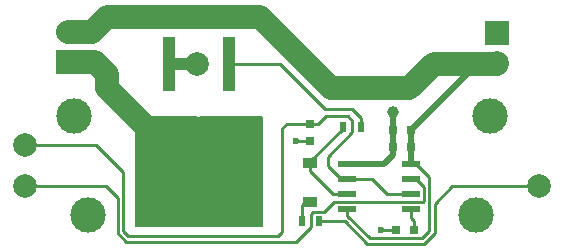
<source format=gtl>
G04 #@! TF.FileFunction,Copper,L1,Top,Signal*
%FSLAX46Y46*%
G04 Gerber Fmt 4.6, Leading zero omitted, Abs format (unit mm)*
G04 Created by KiCad (PCBNEW 4.0.7) date Tuesday, 26 September 2017 'PMt' 23:25:46*
%MOMM*%
%LPD*%
G01*
G04 APERTURE LIST*
%ADD10C,0.100000*%
%ADD11R,2.000000X2.000000*%
%ADD12C,2.000000*%
%ADD13C,3.000000*%
%ADD14R,0.800000X0.750000*%
%ADD15R,0.750000X0.800000*%
%ADD16R,1.200000X0.900000*%
%ADD17R,1.100000X4.600000*%
%ADD18R,10.800000X9.400000*%
%ADD19R,5.250000X4.550000*%
%ADD20R,0.500000X0.900000*%
%ADD21R,1.550000X0.600000*%
%ADD22C,0.600000*%
%ADD23C,1.000000*%
%ADD24C,2.000000*%
%ADD25C,0.250000*%
%ADD26C,1.000000*%
%ADD27C,0.500000*%
G04 APERTURE END LIST*
D10*
D11*
X126700000Y-98790000D03*
D12*
X126700000Y-96250000D03*
X123100000Y-109300000D03*
X123100000Y-105800000D03*
X166600000Y-109300000D03*
D13*
X161250000Y-111750000D03*
X162450000Y-103350000D03*
X128450000Y-111750000D03*
X127250000Y-103350000D03*
D11*
X163050000Y-96310000D03*
D12*
X163050000Y-98850000D03*
D14*
X155750000Y-106000000D03*
X154250000Y-106000000D03*
D15*
X147250000Y-104000000D03*
X147250000Y-105500000D03*
D14*
X155750000Y-104500000D03*
X154250000Y-104500000D03*
X156000000Y-113000000D03*
X154500000Y-113000000D03*
D16*
X147250000Y-110650000D03*
X147250000Y-107350000D03*
D17*
X140315000Y-98925000D03*
X135235000Y-98925000D03*
D18*
X137775000Y-108075000D03*
D19*
X135000000Y-110500000D03*
X140550000Y-105650000D03*
X140550000Y-110500000D03*
X135000000Y-105650000D03*
D20*
X146500000Y-112250000D03*
X148000000Y-112250000D03*
X151500000Y-104250000D03*
X150000000Y-104250000D03*
D21*
X150350000Y-107440000D03*
X150350000Y-108710000D03*
X150350000Y-109980000D03*
X150350000Y-111250000D03*
X155750000Y-111250000D03*
X155750000Y-109980000D03*
X155750000Y-108710000D03*
X155750000Y-107440000D03*
D12*
X137600000Y-98930018D03*
D22*
X146032755Y-105454288D03*
X153250000Y-113000000D03*
D23*
X154250000Y-103000000D03*
D24*
X155600000Y-101000000D02*
X157669427Y-98930573D01*
X157669427Y-98930573D02*
X161319427Y-98930573D01*
X149000000Y-101000000D02*
X155600000Y-101000000D01*
X143000000Y-95000000D02*
X149000000Y-101000000D01*
X130000000Y-95000000D02*
X143000000Y-95000000D01*
X128750000Y-96250000D02*
X130000000Y-95000000D01*
X126700000Y-96250000D02*
X128750000Y-96250000D01*
D25*
X157300010Y-113059992D02*
X156660001Y-113700001D01*
X156660001Y-113700001D02*
X152250001Y-113700001D01*
X152250001Y-113700001D02*
X150350000Y-111800000D01*
X150350000Y-111800000D02*
X150350000Y-111250000D01*
X157300010Y-108515010D02*
X157300010Y-113059992D01*
X156225000Y-107440000D02*
X157300010Y-108515010D01*
X155750000Y-107440000D02*
X156225000Y-107440000D01*
D26*
X163051240Y-98842356D02*
X162902245Y-98991351D01*
D24*
X163045778Y-98930573D02*
X161319427Y-98930573D01*
D27*
X161319427Y-98930573D02*
X155750000Y-104500000D01*
X155750000Y-104500000D02*
X155750000Y-106000000D01*
X155750000Y-107440000D02*
X155750000Y-106000000D01*
D25*
X155275000Y-107440000D02*
X155750000Y-107440000D01*
D26*
X137600000Y-98930018D02*
X135240018Y-98930018D01*
D25*
X135240018Y-98930018D02*
X135235000Y-98925000D01*
X146078467Y-105500000D02*
X146032755Y-105454288D01*
X147250000Y-105500000D02*
X146078467Y-105500000D01*
X154500000Y-113000000D02*
X153250000Y-113000000D01*
D27*
X154250000Y-104500000D02*
X154250000Y-103000000D01*
X154250000Y-106000000D02*
X154250000Y-106625000D01*
X154250000Y-106625000D02*
X153435000Y-107440000D01*
X153435000Y-107440000D02*
X150350000Y-107440000D01*
X154250000Y-104500000D02*
X154250000Y-106000000D01*
D25*
X123100000Y-105800000D02*
X129101452Y-105800000D01*
X129101452Y-105800000D02*
X131382975Y-108081523D01*
X131382975Y-108081523D02*
X131382975Y-113096565D01*
X144518264Y-113547322D02*
X144874989Y-113190597D01*
X131382975Y-113096565D02*
X131833732Y-113547322D01*
X131833732Y-113547322D02*
X144518264Y-113547322D01*
X144874989Y-113190597D02*
X144874989Y-104400011D01*
X144874989Y-104400011D02*
X145275000Y-104000000D01*
X145275000Y-104000000D02*
X146625000Y-104000000D01*
X146625000Y-104000000D02*
X147250000Y-104000000D01*
X150786827Y-103751825D02*
X150385002Y-103350000D01*
X150786827Y-104748175D02*
X150786827Y-103751825D01*
X148740522Y-106794480D02*
X150786827Y-104748175D01*
X148740522Y-107575522D02*
X148740522Y-106794480D01*
X149875000Y-108710000D02*
X148740522Y-107575522D01*
X150350000Y-108710000D02*
X149875000Y-108710000D01*
X148525000Y-103350000D02*
X147875000Y-104000000D01*
X150385002Y-103350000D02*
X148525000Y-103350000D01*
X147875000Y-104000000D02*
X147250000Y-104000000D01*
X147250000Y-104025000D02*
X147250000Y-104000000D01*
X152460000Y-108710000D02*
X153730000Y-109980000D01*
X153730000Y-109980000D02*
X155750000Y-109980000D01*
X150350000Y-108710000D02*
X152460000Y-108710000D01*
X155750000Y-112000000D02*
X156000000Y-112250000D01*
X156000000Y-112250000D02*
X156000000Y-113000000D01*
X155750000Y-111250000D02*
X155750000Y-112000000D01*
X146750000Y-110650000D02*
X146500000Y-110900000D01*
X146500000Y-110900000D02*
X146500000Y-112250000D01*
X147250000Y-110650000D02*
X146750000Y-110650000D01*
X147250000Y-110650000D02*
X147650000Y-110650000D01*
X147250000Y-107350000D02*
X147250000Y-108050000D01*
X147250000Y-108050000D02*
X149180000Y-109980000D01*
X149180000Y-109980000D02*
X150350000Y-109980000D01*
X150000000Y-104250000D02*
X150000000Y-104450000D01*
X150000000Y-104450000D02*
X147250000Y-107200000D01*
X147250000Y-107200000D02*
X147250000Y-107350000D01*
X150350000Y-109980000D02*
X149875000Y-109980000D01*
X140315000Y-98925000D02*
X144675000Y-98925000D01*
X144675000Y-98925000D02*
X148520284Y-102770284D01*
X148520284Y-102770284D02*
X150770284Y-102770284D01*
X150770284Y-102770284D02*
X151500000Y-103500000D01*
X151500000Y-103500000D02*
X151500000Y-104250000D01*
X157750020Y-110799980D02*
X159250000Y-109300000D01*
X159250000Y-109300000D02*
X166600000Y-109300000D01*
X152063601Y-114150011D02*
X156846402Y-114150010D01*
X148000000Y-112250000D02*
X150163590Y-112250000D01*
X150163590Y-112250000D02*
X152063601Y-114150011D01*
X156846402Y-114150010D02*
X157750020Y-113246392D01*
X157750020Y-113246392D02*
X157750020Y-110799980D01*
X166010000Y-108710000D02*
X166600000Y-109300000D01*
X155750000Y-108710000D02*
X156225000Y-108710000D01*
X156785001Y-110605001D02*
X149277917Y-110605001D01*
X149277917Y-110605001D02*
X148407919Y-111474999D01*
X148407919Y-111474999D02*
X147489999Y-111474999D01*
X147489999Y-111474999D02*
X147318742Y-111646256D01*
X147318742Y-111646256D02*
X147318742Y-112716260D01*
X147318742Y-112716260D02*
X146037669Y-113997333D01*
X146037669Y-113997333D02*
X131647332Y-113997333D01*
X131647332Y-113997333D02*
X130932964Y-113282965D01*
X130932964Y-113282965D02*
X130932964Y-110329751D01*
X156225000Y-108710000D02*
X156850001Y-109335001D01*
X156850001Y-109335001D02*
X156850001Y-110540001D01*
X156850001Y-110540001D02*
X156785001Y-110605001D01*
X130932964Y-110329751D02*
X129903213Y-109300000D01*
X129903213Y-109300000D02*
X124514213Y-109300000D01*
X124514213Y-109300000D02*
X123100000Y-109300000D01*
D24*
X130000000Y-99800000D02*
X128990000Y-98790000D01*
X130000000Y-101000000D02*
X130000000Y-99800000D01*
X134650000Y-105650000D02*
X130000000Y-101000000D01*
X126700000Y-98790000D02*
X128990000Y-98790000D01*
D25*
X134650000Y-105650000D02*
X135000000Y-105650000D01*
X140500000Y-109250000D02*
X140500000Y-108450000D01*
M02*

</source>
